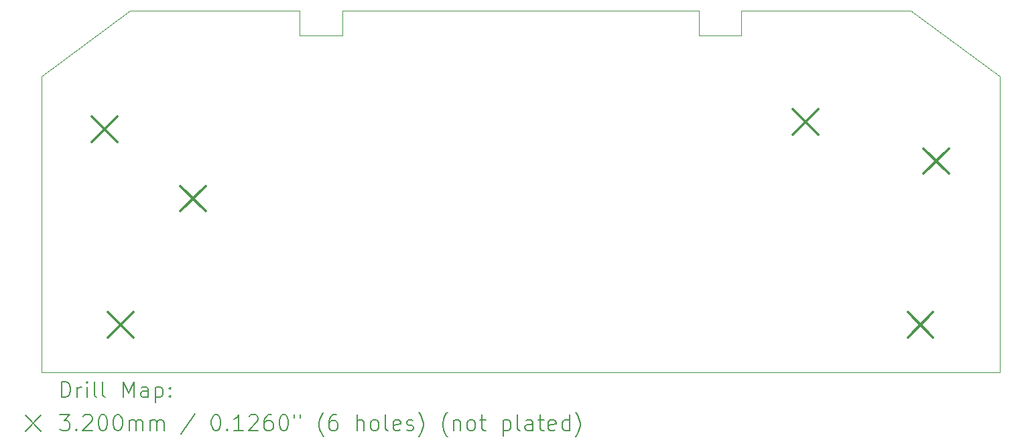
<source format=gbr>
%FSLAX45Y45*%
G04 Gerber Fmt 4.5, Leading zero omitted, Abs format (unit mm)*
G04 Created by KiCad (PCBNEW (6.0.0)) date 2022-03-13 17:58:02*
%MOMM*%
%LPD*%
G01*
G04 APERTURE LIST*
%TA.AperFunction,Profile*%
%ADD10C,0.100000*%
%TD*%
%ADD11C,0.200000*%
%ADD12C,0.320000*%
G04 APERTURE END LIST*
D10*
X11185360Y-10526760D02*
X9038360Y-10526760D01*
X18907360Y-10526760D02*
X20025360Y-11358760D01*
X11185360Y-10837760D02*
X11721360Y-10837760D01*
X7920360Y-11358760D02*
X7920360Y-15097760D01*
X16224360Y-10526760D02*
X11721360Y-10526760D01*
X7920360Y-15097760D02*
X20025360Y-15097760D01*
X16760360Y-10837760D02*
X16224360Y-10837760D01*
X20025360Y-15097760D02*
X20025360Y-11358760D01*
X16760360Y-10526760D02*
X18907360Y-10526760D01*
X16224360Y-10837760D02*
X16224360Y-10526760D01*
X9038360Y-10526760D02*
X7920360Y-11358760D01*
X11721360Y-10837760D02*
X11721360Y-10526760D01*
X16760360Y-10526760D02*
X16760360Y-10837760D01*
X11185360Y-10526760D02*
X11185360Y-10837760D01*
D11*
D12*
X8560360Y-11866760D02*
X8880360Y-12186760D01*
X8880360Y-11866760D02*
X8560360Y-12186760D01*
X8760360Y-14337760D02*
X9080360Y-14657760D01*
X9080360Y-14337760D02*
X8760360Y-14657760D01*
X9672340Y-12740660D02*
X9992340Y-13060660D01*
X9992340Y-12740660D02*
X9672340Y-13060660D01*
X17411720Y-11772920D02*
X17731720Y-12092920D01*
X17731720Y-11772920D02*
X17411720Y-12092920D01*
X18865360Y-14337760D02*
X19185360Y-14657760D01*
X19185360Y-14337760D02*
X18865360Y-14657760D01*
X19065360Y-12266760D02*
X19385360Y-12586760D01*
X19385360Y-12266760D02*
X19065360Y-12586760D01*
D11*
X8172979Y-15413236D02*
X8172979Y-15213236D01*
X8220598Y-15213236D01*
X8249169Y-15222760D01*
X8268217Y-15241808D01*
X8277741Y-15260855D01*
X8287265Y-15298950D01*
X8287265Y-15327522D01*
X8277741Y-15365617D01*
X8268217Y-15384665D01*
X8249169Y-15403712D01*
X8220598Y-15413236D01*
X8172979Y-15413236D01*
X8372979Y-15413236D02*
X8372979Y-15279903D01*
X8372979Y-15317998D02*
X8382503Y-15298950D01*
X8392027Y-15289427D01*
X8411074Y-15279903D01*
X8430122Y-15279903D01*
X8496789Y-15413236D02*
X8496789Y-15279903D01*
X8496789Y-15213236D02*
X8487265Y-15222760D01*
X8496789Y-15232284D01*
X8506312Y-15222760D01*
X8496789Y-15213236D01*
X8496789Y-15232284D01*
X8620598Y-15413236D02*
X8601550Y-15403712D01*
X8592027Y-15384665D01*
X8592027Y-15213236D01*
X8725360Y-15413236D02*
X8706312Y-15403712D01*
X8696789Y-15384665D01*
X8696789Y-15213236D01*
X8953931Y-15413236D02*
X8953931Y-15213236D01*
X9020598Y-15356093D01*
X9087265Y-15213236D01*
X9087265Y-15413236D01*
X9268217Y-15413236D02*
X9268217Y-15308474D01*
X9258693Y-15289427D01*
X9239646Y-15279903D01*
X9201550Y-15279903D01*
X9182503Y-15289427D01*
X9268217Y-15403712D02*
X9249170Y-15413236D01*
X9201550Y-15413236D01*
X9182503Y-15403712D01*
X9172979Y-15384665D01*
X9172979Y-15365617D01*
X9182503Y-15346569D01*
X9201550Y-15337046D01*
X9249170Y-15337046D01*
X9268217Y-15327522D01*
X9363455Y-15279903D02*
X9363455Y-15479903D01*
X9363455Y-15289427D02*
X9382503Y-15279903D01*
X9420598Y-15279903D01*
X9439646Y-15289427D01*
X9449170Y-15298950D01*
X9458693Y-15317998D01*
X9458693Y-15375141D01*
X9449170Y-15394188D01*
X9439646Y-15403712D01*
X9420598Y-15413236D01*
X9382503Y-15413236D01*
X9363455Y-15403712D01*
X9544408Y-15394188D02*
X9553931Y-15403712D01*
X9544408Y-15413236D01*
X9534884Y-15403712D01*
X9544408Y-15394188D01*
X9544408Y-15413236D01*
X9544408Y-15289427D02*
X9553931Y-15298950D01*
X9544408Y-15308474D01*
X9534884Y-15298950D01*
X9544408Y-15289427D01*
X9544408Y-15308474D01*
X7715360Y-15642760D02*
X7915360Y-15842760D01*
X7915360Y-15642760D02*
X7715360Y-15842760D01*
X8153931Y-15633236D02*
X8277741Y-15633236D01*
X8211074Y-15709427D01*
X8239646Y-15709427D01*
X8258693Y-15718950D01*
X8268217Y-15728474D01*
X8277741Y-15747522D01*
X8277741Y-15795141D01*
X8268217Y-15814188D01*
X8258693Y-15823712D01*
X8239646Y-15833236D01*
X8182503Y-15833236D01*
X8163455Y-15823712D01*
X8153931Y-15814188D01*
X8363455Y-15814188D02*
X8372979Y-15823712D01*
X8363455Y-15833236D01*
X8353931Y-15823712D01*
X8363455Y-15814188D01*
X8363455Y-15833236D01*
X8449170Y-15652284D02*
X8458693Y-15642760D01*
X8477741Y-15633236D01*
X8525360Y-15633236D01*
X8544408Y-15642760D01*
X8553931Y-15652284D01*
X8563455Y-15671331D01*
X8563455Y-15690379D01*
X8553931Y-15718950D01*
X8439646Y-15833236D01*
X8563455Y-15833236D01*
X8687265Y-15633236D02*
X8706312Y-15633236D01*
X8725360Y-15642760D01*
X8734884Y-15652284D01*
X8744408Y-15671331D01*
X8753931Y-15709427D01*
X8753931Y-15757046D01*
X8744408Y-15795141D01*
X8734884Y-15814188D01*
X8725360Y-15823712D01*
X8706312Y-15833236D01*
X8687265Y-15833236D01*
X8668217Y-15823712D01*
X8658693Y-15814188D01*
X8649170Y-15795141D01*
X8639646Y-15757046D01*
X8639646Y-15709427D01*
X8649170Y-15671331D01*
X8658693Y-15652284D01*
X8668217Y-15642760D01*
X8687265Y-15633236D01*
X8877741Y-15633236D02*
X8896789Y-15633236D01*
X8915836Y-15642760D01*
X8925360Y-15652284D01*
X8934884Y-15671331D01*
X8944408Y-15709427D01*
X8944408Y-15757046D01*
X8934884Y-15795141D01*
X8925360Y-15814188D01*
X8915836Y-15823712D01*
X8896789Y-15833236D01*
X8877741Y-15833236D01*
X8858693Y-15823712D01*
X8849170Y-15814188D01*
X8839646Y-15795141D01*
X8830122Y-15757046D01*
X8830122Y-15709427D01*
X8839646Y-15671331D01*
X8849170Y-15652284D01*
X8858693Y-15642760D01*
X8877741Y-15633236D01*
X9030122Y-15833236D02*
X9030122Y-15699903D01*
X9030122Y-15718950D02*
X9039646Y-15709427D01*
X9058693Y-15699903D01*
X9087265Y-15699903D01*
X9106312Y-15709427D01*
X9115836Y-15728474D01*
X9115836Y-15833236D01*
X9115836Y-15728474D02*
X9125360Y-15709427D01*
X9144408Y-15699903D01*
X9172979Y-15699903D01*
X9192027Y-15709427D01*
X9201550Y-15728474D01*
X9201550Y-15833236D01*
X9296789Y-15833236D02*
X9296789Y-15699903D01*
X9296789Y-15718950D02*
X9306312Y-15709427D01*
X9325360Y-15699903D01*
X9353931Y-15699903D01*
X9372979Y-15709427D01*
X9382503Y-15728474D01*
X9382503Y-15833236D01*
X9382503Y-15728474D02*
X9392027Y-15709427D01*
X9411074Y-15699903D01*
X9439646Y-15699903D01*
X9458693Y-15709427D01*
X9468217Y-15728474D01*
X9468217Y-15833236D01*
X9858693Y-15623712D02*
X9687265Y-15880855D01*
X10115836Y-15633236D02*
X10134884Y-15633236D01*
X10153931Y-15642760D01*
X10163455Y-15652284D01*
X10172979Y-15671331D01*
X10182503Y-15709427D01*
X10182503Y-15757046D01*
X10172979Y-15795141D01*
X10163455Y-15814188D01*
X10153931Y-15823712D01*
X10134884Y-15833236D01*
X10115836Y-15833236D01*
X10096789Y-15823712D01*
X10087265Y-15814188D01*
X10077741Y-15795141D01*
X10068217Y-15757046D01*
X10068217Y-15709427D01*
X10077741Y-15671331D01*
X10087265Y-15652284D01*
X10096789Y-15642760D01*
X10115836Y-15633236D01*
X10268217Y-15814188D02*
X10277741Y-15823712D01*
X10268217Y-15833236D01*
X10258693Y-15823712D01*
X10268217Y-15814188D01*
X10268217Y-15833236D01*
X10468217Y-15833236D02*
X10353931Y-15833236D01*
X10411074Y-15833236D02*
X10411074Y-15633236D01*
X10392027Y-15661808D01*
X10372979Y-15680855D01*
X10353931Y-15690379D01*
X10544408Y-15652284D02*
X10553931Y-15642760D01*
X10572979Y-15633236D01*
X10620598Y-15633236D01*
X10639646Y-15642760D01*
X10649170Y-15652284D01*
X10658693Y-15671331D01*
X10658693Y-15690379D01*
X10649170Y-15718950D01*
X10534884Y-15833236D01*
X10658693Y-15833236D01*
X10830122Y-15633236D02*
X10792027Y-15633236D01*
X10772979Y-15642760D01*
X10763455Y-15652284D01*
X10744408Y-15680855D01*
X10734884Y-15718950D01*
X10734884Y-15795141D01*
X10744408Y-15814188D01*
X10753931Y-15823712D01*
X10772979Y-15833236D01*
X10811074Y-15833236D01*
X10830122Y-15823712D01*
X10839646Y-15814188D01*
X10849170Y-15795141D01*
X10849170Y-15747522D01*
X10839646Y-15728474D01*
X10830122Y-15718950D01*
X10811074Y-15709427D01*
X10772979Y-15709427D01*
X10753931Y-15718950D01*
X10744408Y-15728474D01*
X10734884Y-15747522D01*
X10972979Y-15633236D02*
X10992027Y-15633236D01*
X11011074Y-15642760D01*
X11020598Y-15652284D01*
X11030122Y-15671331D01*
X11039646Y-15709427D01*
X11039646Y-15757046D01*
X11030122Y-15795141D01*
X11020598Y-15814188D01*
X11011074Y-15823712D01*
X10992027Y-15833236D01*
X10972979Y-15833236D01*
X10953931Y-15823712D01*
X10944408Y-15814188D01*
X10934884Y-15795141D01*
X10925360Y-15757046D01*
X10925360Y-15709427D01*
X10934884Y-15671331D01*
X10944408Y-15652284D01*
X10953931Y-15642760D01*
X10972979Y-15633236D01*
X11115836Y-15633236D02*
X11115836Y-15671331D01*
X11192027Y-15633236D02*
X11192027Y-15671331D01*
X11487265Y-15909427D02*
X11477741Y-15899903D01*
X11458693Y-15871331D01*
X11449169Y-15852284D01*
X11439646Y-15823712D01*
X11430122Y-15776093D01*
X11430122Y-15737998D01*
X11439646Y-15690379D01*
X11449169Y-15661808D01*
X11458693Y-15642760D01*
X11477741Y-15614188D01*
X11487265Y-15604665D01*
X11649169Y-15633236D02*
X11611074Y-15633236D01*
X11592027Y-15642760D01*
X11582503Y-15652284D01*
X11563455Y-15680855D01*
X11553931Y-15718950D01*
X11553931Y-15795141D01*
X11563455Y-15814188D01*
X11572979Y-15823712D01*
X11592027Y-15833236D01*
X11630122Y-15833236D01*
X11649169Y-15823712D01*
X11658693Y-15814188D01*
X11668217Y-15795141D01*
X11668217Y-15747522D01*
X11658693Y-15728474D01*
X11649169Y-15718950D01*
X11630122Y-15709427D01*
X11592027Y-15709427D01*
X11572979Y-15718950D01*
X11563455Y-15728474D01*
X11553931Y-15747522D01*
X11906312Y-15833236D02*
X11906312Y-15633236D01*
X11992027Y-15833236D02*
X11992027Y-15728474D01*
X11982503Y-15709427D01*
X11963455Y-15699903D01*
X11934884Y-15699903D01*
X11915836Y-15709427D01*
X11906312Y-15718950D01*
X12115836Y-15833236D02*
X12096788Y-15823712D01*
X12087265Y-15814188D01*
X12077741Y-15795141D01*
X12077741Y-15737998D01*
X12087265Y-15718950D01*
X12096788Y-15709427D01*
X12115836Y-15699903D01*
X12144408Y-15699903D01*
X12163455Y-15709427D01*
X12172979Y-15718950D01*
X12182503Y-15737998D01*
X12182503Y-15795141D01*
X12172979Y-15814188D01*
X12163455Y-15823712D01*
X12144408Y-15833236D01*
X12115836Y-15833236D01*
X12296788Y-15833236D02*
X12277741Y-15823712D01*
X12268217Y-15804665D01*
X12268217Y-15633236D01*
X12449169Y-15823712D02*
X12430122Y-15833236D01*
X12392027Y-15833236D01*
X12372979Y-15823712D01*
X12363455Y-15804665D01*
X12363455Y-15728474D01*
X12372979Y-15709427D01*
X12392027Y-15699903D01*
X12430122Y-15699903D01*
X12449169Y-15709427D01*
X12458693Y-15728474D01*
X12458693Y-15747522D01*
X12363455Y-15766569D01*
X12534884Y-15823712D02*
X12553931Y-15833236D01*
X12592027Y-15833236D01*
X12611074Y-15823712D01*
X12620598Y-15804665D01*
X12620598Y-15795141D01*
X12611074Y-15776093D01*
X12592027Y-15766569D01*
X12563455Y-15766569D01*
X12544408Y-15757046D01*
X12534884Y-15737998D01*
X12534884Y-15728474D01*
X12544408Y-15709427D01*
X12563455Y-15699903D01*
X12592027Y-15699903D01*
X12611074Y-15709427D01*
X12687265Y-15909427D02*
X12696788Y-15899903D01*
X12715836Y-15871331D01*
X12725360Y-15852284D01*
X12734884Y-15823712D01*
X12744408Y-15776093D01*
X12744408Y-15737998D01*
X12734884Y-15690379D01*
X12725360Y-15661808D01*
X12715836Y-15642760D01*
X12696788Y-15614188D01*
X12687265Y-15604665D01*
X13049169Y-15909427D02*
X13039646Y-15899903D01*
X13020598Y-15871331D01*
X13011074Y-15852284D01*
X13001550Y-15823712D01*
X12992027Y-15776093D01*
X12992027Y-15737998D01*
X13001550Y-15690379D01*
X13011074Y-15661808D01*
X13020598Y-15642760D01*
X13039646Y-15614188D01*
X13049169Y-15604665D01*
X13125360Y-15699903D02*
X13125360Y-15833236D01*
X13125360Y-15718950D02*
X13134884Y-15709427D01*
X13153931Y-15699903D01*
X13182503Y-15699903D01*
X13201550Y-15709427D01*
X13211074Y-15728474D01*
X13211074Y-15833236D01*
X13334884Y-15833236D02*
X13315836Y-15823712D01*
X13306312Y-15814188D01*
X13296788Y-15795141D01*
X13296788Y-15737998D01*
X13306312Y-15718950D01*
X13315836Y-15709427D01*
X13334884Y-15699903D01*
X13363455Y-15699903D01*
X13382503Y-15709427D01*
X13392027Y-15718950D01*
X13401550Y-15737998D01*
X13401550Y-15795141D01*
X13392027Y-15814188D01*
X13382503Y-15823712D01*
X13363455Y-15833236D01*
X13334884Y-15833236D01*
X13458693Y-15699903D02*
X13534884Y-15699903D01*
X13487265Y-15633236D02*
X13487265Y-15804665D01*
X13496788Y-15823712D01*
X13515836Y-15833236D01*
X13534884Y-15833236D01*
X13753931Y-15699903D02*
X13753931Y-15899903D01*
X13753931Y-15709427D02*
X13772979Y-15699903D01*
X13811074Y-15699903D01*
X13830122Y-15709427D01*
X13839646Y-15718950D01*
X13849169Y-15737998D01*
X13849169Y-15795141D01*
X13839646Y-15814188D01*
X13830122Y-15823712D01*
X13811074Y-15833236D01*
X13772979Y-15833236D01*
X13753931Y-15823712D01*
X13963455Y-15833236D02*
X13944408Y-15823712D01*
X13934884Y-15804665D01*
X13934884Y-15633236D01*
X14125360Y-15833236D02*
X14125360Y-15728474D01*
X14115836Y-15709427D01*
X14096788Y-15699903D01*
X14058693Y-15699903D01*
X14039646Y-15709427D01*
X14125360Y-15823712D02*
X14106312Y-15833236D01*
X14058693Y-15833236D01*
X14039646Y-15823712D01*
X14030122Y-15804665D01*
X14030122Y-15785617D01*
X14039646Y-15766569D01*
X14058693Y-15757046D01*
X14106312Y-15757046D01*
X14125360Y-15747522D01*
X14192027Y-15699903D02*
X14268217Y-15699903D01*
X14220598Y-15633236D02*
X14220598Y-15804665D01*
X14230122Y-15823712D01*
X14249169Y-15833236D01*
X14268217Y-15833236D01*
X14411074Y-15823712D02*
X14392027Y-15833236D01*
X14353931Y-15833236D01*
X14334884Y-15823712D01*
X14325360Y-15804665D01*
X14325360Y-15728474D01*
X14334884Y-15709427D01*
X14353931Y-15699903D01*
X14392027Y-15699903D01*
X14411074Y-15709427D01*
X14420598Y-15728474D01*
X14420598Y-15747522D01*
X14325360Y-15766569D01*
X14592027Y-15833236D02*
X14592027Y-15633236D01*
X14592027Y-15823712D02*
X14572979Y-15833236D01*
X14534884Y-15833236D01*
X14515836Y-15823712D01*
X14506312Y-15814188D01*
X14496788Y-15795141D01*
X14496788Y-15737998D01*
X14506312Y-15718950D01*
X14515836Y-15709427D01*
X14534884Y-15699903D01*
X14572979Y-15699903D01*
X14592027Y-15709427D01*
X14668217Y-15909427D02*
X14677741Y-15899903D01*
X14696788Y-15871331D01*
X14706312Y-15852284D01*
X14715836Y-15823712D01*
X14725360Y-15776093D01*
X14725360Y-15737998D01*
X14715836Y-15690379D01*
X14706312Y-15661808D01*
X14696788Y-15642760D01*
X14677741Y-15614188D01*
X14668217Y-15604665D01*
M02*

</source>
